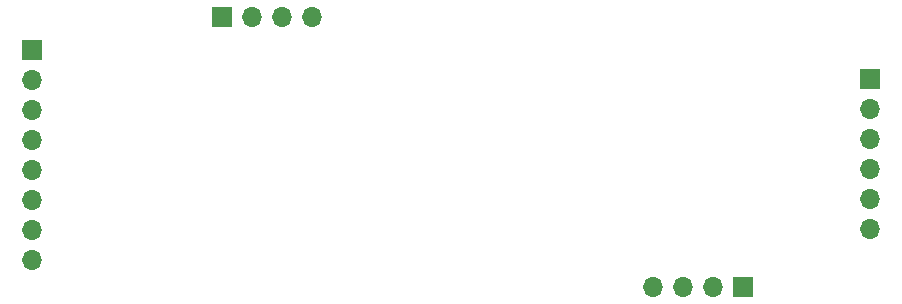
<source format=gbr>
%TF.GenerationSoftware,KiCad,Pcbnew,6.0.2+dfsg-1~bpo11+1*%
%TF.CreationDate,2022-09-15T10:13:57-04:00*%
%TF.ProjectId,at42qt148_captouch,61743432-7174-4313-9438-5f636170746f,rev?*%
%TF.SameCoordinates,Original*%
%TF.FileFunction,Soldermask,Bot*%
%TF.FilePolarity,Negative*%
%FSLAX46Y46*%
G04 Gerber Fmt 4.6, Leading zero omitted, Abs format (unit mm)*
G04 Created by KiCad (PCBNEW 6.0.2+dfsg-1~bpo11+1) date 2022-09-15 10:13:57*
%MOMM*%
%LPD*%
G01*
G04 APERTURE LIST*
%ADD10R,1.700000X1.700000*%
%ADD11O,1.700000X1.700000*%
G04 APERTURE END LIST*
D10*
%TO.C,J3*%
X108700000Y-86645000D03*
D11*
X108700000Y-89185000D03*
X108700000Y-91725000D03*
X108700000Y-94265000D03*
X108700000Y-96805000D03*
X108700000Y-99345000D03*
X108700000Y-101885000D03*
X108700000Y-104425000D03*
%TD*%
D10*
%TO.C,J4*%
X179725000Y-89125000D03*
D11*
X179725000Y-91665000D03*
X179725000Y-94205000D03*
X179725000Y-96745000D03*
X179725000Y-99285000D03*
X179725000Y-101825000D03*
%TD*%
D10*
%TO.C,J1*%
X168900000Y-106680000D03*
D11*
X166360000Y-106680000D03*
X163820000Y-106680000D03*
X161280000Y-106680000D03*
%TD*%
D10*
%TO.C,J2*%
X124850000Y-83820000D03*
D11*
X127390000Y-83820000D03*
X129930000Y-83820000D03*
X132470000Y-83820000D03*
%TD*%
M02*

</source>
